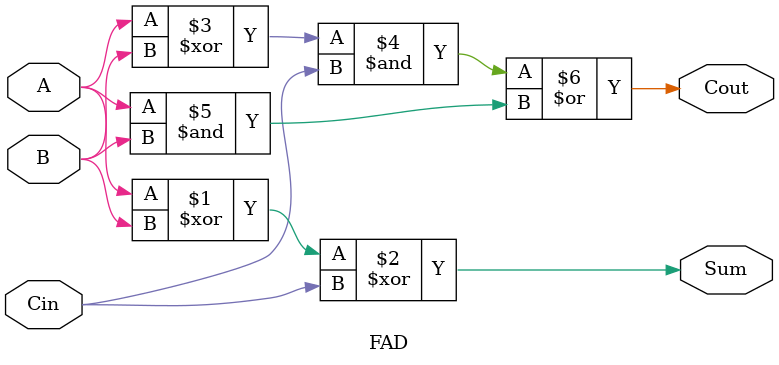
<source format=v>
`timescale 1ns / 1ps


module FAD(A,B,Cin,Sum,Cout);
input A,B,Cin;
output Sum,Cout;
assign Sum = A ^ B ^ Cin;
assign Cout = ((A ^ B) & Cin) | (A & B);
endmodule

</source>
